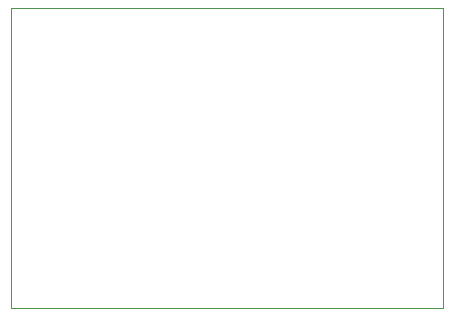
<source format=gbr>
%TF.GenerationSoftware,KiCad,Pcbnew,7.0.8*%
%TF.CreationDate,2024-04-03T00:29:43-07:00*%
%TF.ProjectId,PrintConnector - R1,5072696e-7443-46f6-9e6e-6563746f7220,rev?*%
%TF.SameCoordinates,Original*%
%TF.FileFunction,Profile,NP*%
%FSLAX46Y46*%
G04 Gerber Fmt 4.6, Leading zero omitted, Abs format (unit mm)*
G04 Created by KiCad (PCBNEW 7.0.8) date 2024-04-03 00:29:43*
%MOMM*%
%LPD*%
G01*
G04 APERTURE LIST*
%TA.AperFunction,Profile*%
%ADD10C,0.100000*%
%TD*%
G04 APERTURE END LIST*
D10*
X0Y0D02*
X36576000Y0D01*
X36576000Y25400000D02*
X0Y25400000D01*
X36576000Y0D02*
X36576000Y25400000D01*
X0Y25400000D02*
X0Y0D01*
M02*

</source>
